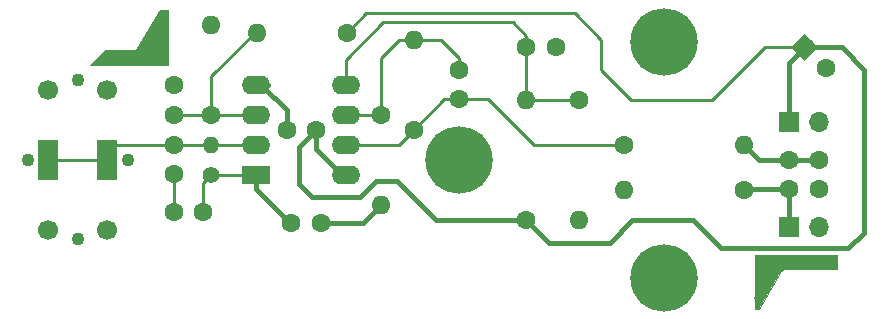
<source format=gbl>
G04 #@! TF.GenerationSoftware,KiCad,Pcbnew,(5.1.2-1)-1*
G04 #@! TF.CreationDate,2019-08-07T19:22:51+02:00*
G04 #@! TF.ProjectId,DIY_detector,4449595f-6465-4746-9563-746f722e6b69,V1.1*
G04 #@! TF.SameCoordinates,Original*
G04 #@! TF.FileFunction,Copper,L2,Bot*
G04 #@! TF.FilePolarity,Positive*
%FSLAX46Y46*%
G04 Gerber Fmt 4.6, Leading zero omitted, Abs format (unit mm)*
G04 Created by KiCad (PCBNEW (5.1.2-1)-1) date 2019-08-07 19:22:51*
%MOMM*%
%LPD*%
G04 APERTURE LIST*
%ADD10R,1.700000X1.700000*%
%ADD11O,1.700000X1.700000*%
%ADD12C,1.600000*%
%ADD13O,1.600000X1.600000*%
%ADD14C,1.400000*%
%ADD15O,1.400000X1.400000*%
%ADD16R,2.400000X1.600000*%
%ADD17O,2.400000X1.600000*%
%ADD18C,0.100000*%
%ADD19C,5.700000*%
%ADD20C,1.700000*%
%ADD21C,1.100000*%
%ADD22C,0.800000*%
%ADD23C,0.250000*%
%ADD24C,0.400000*%
G04 APERTURE END LIST*
D10*
X165440000Y-118215000D03*
D11*
X167980000Y-118215000D03*
D10*
X165440000Y-109325000D03*
D11*
X167980000Y-109325000D03*
D12*
X151470000Y-111230000D03*
D13*
X161630000Y-111230000D03*
D12*
X161630000Y-115040000D03*
D13*
X151470000Y-115040000D03*
D12*
X167980000Y-112500000D03*
X167980000Y-115000000D03*
D14*
X116545000Y-113770000D03*
D15*
X116545000Y-111230000D03*
D16*
X120355000Y-113770000D03*
D17*
X127975000Y-106150000D03*
X120355000Y-111230000D03*
X127975000Y-108690000D03*
X120355000Y-108690000D03*
X127975000Y-111230000D03*
X120355000Y-106150000D03*
X127975000Y-113770000D03*
D12*
X166800000Y-103000000D03*
D18*
G36*
X165668629Y-103000000D02*
G01*
X166800000Y-101868629D01*
X167931371Y-103000000D01*
X166800000Y-104131371D01*
X165668629Y-103000000D01*
X165668629Y-103000000D01*
G37*
D12*
X168567767Y-104767767D03*
X113370000Y-111230000D03*
X113370000Y-113730000D03*
X113370000Y-116945000D03*
X115870000Y-116945000D03*
X113370000Y-108690000D03*
X113370000Y-106190000D03*
X123316000Y-117834000D03*
X125816000Y-117834000D03*
X125435000Y-109960000D03*
X122935000Y-109960000D03*
X137500000Y-104880000D03*
X137500000Y-107380000D03*
X143215000Y-102975000D03*
X145715000Y-102975000D03*
X165440000Y-112500000D03*
X165440000Y-115000000D03*
X116545000Y-108690000D03*
D13*
X116545000Y-101070000D03*
D12*
X130896000Y-108690000D03*
D13*
X130896000Y-116310000D03*
D12*
X133690000Y-110000000D03*
D13*
X133690000Y-102380000D03*
D12*
X128000000Y-101750000D03*
D13*
X120380000Y-101750000D03*
D19*
X137500000Y-112500000D03*
X154900000Y-122500000D03*
D20*
X107750000Y-118430000D03*
D10*
X107750000Y-113350000D03*
X107750000Y-111650000D03*
D20*
X107750000Y-106570000D03*
X102750000Y-106570000D03*
D10*
X102750000Y-111650000D03*
X102750000Y-113350000D03*
D20*
X102750000Y-118430000D03*
D12*
X143215000Y-117580000D03*
D13*
X143215000Y-107420000D03*
X147660000Y-117580000D03*
D12*
X147660000Y-107420000D03*
D21*
X105250000Y-105750000D03*
X109500000Y-112500000D03*
X101000000Y-112500000D03*
X105250000Y-119250000D03*
D19*
X154900000Y-102500000D03*
D22*
X107800000Y-103900000D03*
X110000000Y-103900000D03*
X108900000Y-103900000D03*
X111000000Y-103200000D03*
X111500000Y-102300000D03*
X112000000Y-101400000D03*
X169100000Y-121300000D03*
X168000000Y-121300000D03*
X166900000Y-121300000D03*
X165800000Y-121300000D03*
X164100000Y-122200000D03*
X163500000Y-123200000D03*
X162900000Y-124200000D03*
X164700000Y-121300000D03*
X112500000Y-100500000D03*
D23*
X107750000Y-111250000D02*
X107750000Y-112350000D01*
X107730000Y-112520000D02*
X107750000Y-112500000D01*
X102750000Y-112520000D02*
X107730000Y-112520000D01*
X107750000Y-112500000D02*
X107750000Y-113750000D01*
X107750000Y-112350000D02*
X107750000Y-112500000D01*
X102750000Y-111250000D02*
X102750000Y-112520000D01*
X102750000Y-112520000D02*
X102750000Y-113750000D01*
X113370000Y-111230000D02*
X116545000Y-111230000D01*
X116545000Y-111230000D02*
X120355000Y-111230000D01*
X112354000Y-111230000D02*
X113370000Y-111230000D01*
X112334000Y-111250000D02*
X112354000Y-111230000D01*
X107750000Y-111250000D02*
X112334000Y-111250000D01*
X113370000Y-113730000D02*
X113370000Y-116945000D01*
D24*
X123219000Y-117834000D02*
X123316000Y-117834000D01*
X120355000Y-114970000D02*
X123219000Y-117834000D01*
X120355000Y-113770000D02*
X120355000Y-114970000D01*
D23*
X115870000Y-114445000D02*
X116545000Y-113770000D01*
X115870000Y-116945000D02*
X115870000Y-114445000D01*
X117534949Y-113770000D02*
X120355000Y-113770000D01*
X116545000Y-113770000D02*
X117534949Y-113770000D01*
D24*
X121350000Y-106150000D02*
X120355000Y-106150000D01*
X122935000Y-108828630D02*
X122935000Y-109960000D01*
X122935000Y-108330000D02*
X122935000Y-108828630D01*
X120755000Y-106150000D02*
X122935000Y-108330000D01*
X120355000Y-106150000D02*
X120755000Y-106150000D01*
D23*
X118364000Y-108690000D02*
X120355000Y-108690000D01*
X116545000Y-108690000D02*
X118110000Y-108690000D01*
X118110000Y-108690000D02*
X118364000Y-108690000D01*
X115000000Y-108690000D02*
X116545000Y-108690000D01*
X113370000Y-108690000D02*
X115000000Y-108690000D01*
X119880000Y-101520000D02*
X119880000Y-101500000D01*
X115000000Y-108690000D02*
X116672000Y-108690000D01*
X116545000Y-105455000D02*
X120250000Y-101750000D01*
X120250000Y-101750000D02*
X120380000Y-101750000D01*
X116545000Y-108690000D02*
X116545000Y-105455000D01*
D24*
X167980000Y-112500000D02*
X165440000Y-112500000D01*
X161630000Y-111230000D02*
X162900000Y-112500000D01*
X165440000Y-112500000D02*
X162900000Y-112500000D01*
X127575000Y-113770000D02*
X127975000Y-113770000D01*
X125435000Y-111630000D02*
X127575000Y-113770000D01*
X125435000Y-109960000D02*
X125244000Y-109960000D01*
X169910000Y-103000000D02*
X166800000Y-103000000D01*
X171800000Y-118700000D02*
X171800000Y-104890000D01*
X171800000Y-104890000D02*
X169910000Y-103000000D01*
X159700000Y-120000000D02*
X170500000Y-120000000D01*
X157300000Y-117600000D02*
X159700000Y-120000000D01*
X170500000Y-120000000D02*
X171800000Y-118700000D01*
X143215000Y-117580000D02*
X145165000Y-119530000D01*
X145165000Y-119530000D02*
X150270000Y-119530000D01*
X152200000Y-117600000D02*
X157300000Y-117600000D01*
X150270000Y-119530000D02*
X152200000Y-117600000D01*
X165440000Y-104360000D02*
X166800000Y-103000000D01*
D23*
X147342500Y-100117500D02*
X149565000Y-102340000D01*
X128000000Y-101750000D02*
X129632500Y-100117500D01*
X129632500Y-100117500D02*
X147342500Y-100117500D01*
X163400000Y-103000000D02*
X166800000Y-103000000D01*
X149565000Y-104880000D02*
X152105000Y-107420000D01*
X149565000Y-102340000D02*
X149565000Y-104880000D01*
X158980000Y-107420000D02*
X163400000Y-103000000D01*
X152105000Y-107420000D02*
X158980000Y-107420000D01*
D24*
X165440000Y-109325000D02*
X165440000Y-104360000D01*
X125435000Y-111630000D02*
X125435000Y-109960000D01*
X123954365Y-111399126D02*
X125435000Y-109960000D01*
X123952000Y-111865000D02*
X123954365Y-111399126D01*
X123952000Y-114554000D02*
X123952000Y-111865000D01*
X132278000Y-114278000D02*
X130515000Y-114278000D01*
X125073000Y-115675000D02*
X123952000Y-114554000D01*
X135580000Y-117580000D02*
X132278000Y-114278000D01*
X129118000Y-115675000D02*
X125073000Y-115675000D01*
X130515000Y-114278000D02*
X129118000Y-115675000D01*
X143215000Y-117580000D02*
X135580000Y-117580000D01*
X165440000Y-115536370D02*
X165440000Y-117900000D01*
X161670000Y-115000000D02*
X161630000Y-115040000D01*
X165440000Y-115000000D02*
X161670000Y-115000000D01*
X129372000Y-117834000D02*
X130896000Y-116310000D01*
X125816000Y-117834000D02*
X129372000Y-117834000D01*
D23*
X129425000Y-108690000D02*
X130896000Y-108690000D01*
X127975000Y-108690000D02*
X129425000Y-108690000D01*
X136992000Y-104880000D02*
X137500000Y-104880000D01*
X130896000Y-103864000D02*
X132420000Y-102340000D01*
X132420000Y-102340000D02*
X133690000Y-102340000D01*
X130896000Y-108690000D02*
X130896000Y-103864000D01*
X137500000Y-103864000D02*
X137500000Y-104880000D01*
X135976000Y-102340000D02*
X137500000Y-103864000D01*
X133690000Y-102340000D02*
X135976000Y-102340000D01*
X132420000Y-111230000D02*
X133690000Y-109960000D01*
X127975000Y-111230000D02*
X132420000Y-111230000D01*
X136270000Y-107380000D02*
X137500000Y-107380000D01*
X133690000Y-109960000D02*
X136270000Y-107380000D01*
X143850000Y-111230000D02*
X151470000Y-111230000D01*
X140000000Y-107380000D02*
X143850000Y-111230000D01*
X137500000Y-107380000D02*
X140000000Y-107380000D01*
X143215000Y-107420000D02*
X143215000Y-102975000D01*
X143215000Y-107420000D02*
X147660000Y-107420000D01*
X142072000Y-100879500D02*
X143215000Y-102022500D01*
X143215000Y-102022500D02*
X143215000Y-102975000D01*
X131120500Y-100879500D02*
X142072000Y-100879500D01*
X127975000Y-104025000D02*
X131120500Y-100879500D01*
X127975000Y-106150000D02*
X127975000Y-104025000D01*
D18*
G36*
X169550000Y-121775000D02*
G01*
X165106631Y-121775000D01*
X165081289Y-121773964D01*
X165058870Y-121777479D01*
X165036289Y-121779703D01*
X165027308Y-121782427D01*
X165018043Y-121783880D01*
X164996744Y-121791699D01*
X164975026Y-121798287D01*
X164966755Y-121802708D01*
X164957945Y-121805942D01*
X164938574Y-121817771D01*
X164918566Y-121828465D01*
X164911314Y-121834416D01*
X164903307Y-121839306D01*
X164886615Y-121854687D01*
X164869079Y-121869079D01*
X164863129Y-121876329D01*
X164856228Y-121882688D01*
X164842862Y-121901023D01*
X164828465Y-121918566D01*
X164816509Y-121940935D01*
X162914118Y-125175000D01*
X162550000Y-125175000D01*
X162550000Y-120550000D01*
X169550000Y-120550000D01*
X169550000Y-121775000D01*
X169550000Y-121775000D01*
G37*
X169550000Y-121775000D02*
X165106631Y-121775000D01*
X165081289Y-121773964D01*
X165058870Y-121777479D01*
X165036289Y-121779703D01*
X165027308Y-121782427D01*
X165018043Y-121783880D01*
X164996744Y-121791699D01*
X164975026Y-121798287D01*
X164966755Y-121802708D01*
X164957945Y-121805942D01*
X164938574Y-121817771D01*
X164918566Y-121828465D01*
X164911314Y-121834416D01*
X164903307Y-121839306D01*
X164886615Y-121854687D01*
X164869079Y-121869079D01*
X164863129Y-121876329D01*
X164856228Y-121882688D01*
X164842862Y-121901023D01*
X164828465Y-121918566D01*
X164816509Y-121940935D01*
X162914118Y-125175000D01*
X162550000Y-125175000D01*
X162550000Y-120550000D01*
X169550000Y-120550000D01*
X169550000Y-121775000D01*
G36*
X112850000Y-104450000D02*
G01*
X106309618Y-104450000D01*
X107534620Y-103225000D01*
X109993383Y-103225000D01*
X110018710Y-103226035D01*
X110041117Y-103222522D01*
X110063711Y-103220297D01*
X110072693Y-103217572D01*
X110081957Y-103216120D01*
X110103249Y-103208303D01*
X110124974Y-103201713D01*
X110133252Y-103197288D01*
X110142054Y-103194057D01*
X110161405Y-103182240D01*
X110181434Y-103171535D01*
X110188693Y-103165577D01*
X110196692Y-103160693D01*
X110213369Y-103145326D01*
X110230921Y-103130921D01*
X110236875Y-103123666D01*
X110243772Y-103117311D01*
X110257131Y-103098984D01*
X110271535Y-103081434D01*
X110283497Y-103059054D01*
X112185882Y-99825000D01*
X112850000Y-99825000D01*
X112850000Y-104450000D01*
X112850000Y-104450000D01*
G37*
X112850000Y-104450000D02*
X106309618Y-104450000D01*
X107534620Y-103225000D01*
X109993383Y-103225000D01*
X110018710Y-103226035D01*
X110041117Y-103222522D01*
X110063711Y-103220297D01*
X110072693Y-103217572D01*
X110081957Y-103216120D01*
X110103249Y-103208303D01*
X110124974Y-103201713D01*
X110133252Y-103197288D01*
X110142054Y-103194057D01*
X110161405Y-103182240D01*
X110181434Y-103171535D01*
X110188693Y-103165577D01*
X110196692Y-103160693D01*
X110213369Y-103145326D01*
X110230921Y-103130921D01*
X110236875Y-103123666D01*
X110243772Y-103117311D01*
X110257131Y-103098984D01*
X110271535Y-103081434D01*
X110283497Y-103059054D01*
X112185882Y-99825000D01*
X112850000Y-99825000D01*
X112850000Y-104450000D01*
M02*

</source>
